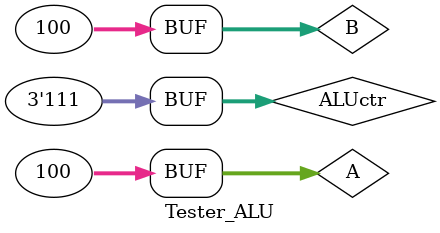
<source format=v>
`timescale 1ns / 1ps


module Tester_ALU;

	// Inputs
	reg [31:0] A;
	reg [31:0] B;
	reg [2:0] ALUctr;

	// Outputs
	wire [31:0] Result;
	wire Overflow;
	wire Z;

	// Instantiate the Unit Under Test (UUT)
	ALU uut (
		.A(A), 
		.B(B), 
		.ALUctr(ALUctr), 
		.Result(Result), 
		.Overflow(Overflow), 
		.Z(Z)
	);

	initial begin
		A = 0;
		B = 0;
		ALUctr = 0;
		#100;

		// addu
		ALUctr = 3'b000;
		A = 1;
		B = 1;
		#100;

		A = 114514;
		B = 1919810;
		#100;

		A = 32'h00000000;
		B = 32'h00000000;
		#100;
		
		A = 32'hffffffff;
		B = 32'hffffffff;
		#100;


		// Overflow test
		A = 32'h7fffffff;
		B = 32'h7fffffff;
		#100;

		// Zero test
		A = 1;
		B = {32{1}};
		#100;

		// add
		ALUctr = 3'b001;
		A = 1;
		B = 1;
		#100;

		A = 114514;
		B = 1919810;
		#100;

		// Overflow test
		A = 32'h7fffffff;
		B = 32'h7fffffff;
		#100;

		// Zero test
		A = 1;
		B = {32{1}};
		#100;

		// or
		ALUctr = 3'b010;
		A = 32'b10100110;
		B = 32'b10011100;
		#100;

		A = 32'h0;
		B = 32'hffffffff;
		#100;

		// subu
		ALUctr = 3'b100;
		A = 10;
		B = 5;
		#100;

		A = 0;
		B = 1;
		#100;

		A = 100;
		B = 100;
		#100;

		// sub
		ALUctr = 3'b101;
		A = 10;
		B = 5;
		#100;

		A = 10;
		B = 32'hffffffff;
		#100;

		A = 32'hffffffff;
		B = 1;
		#100;

		A = 32'h7fffffff;
		B = 32'hffffffff;
		#100;

		A = 32'h80000000;
		B = 32'h00000001;
		#100;

		// sltu
		ALUctr = 3'b110;
		A = 5;
		B = 10;
		#100;

		A = 10;
		B = 5;
		#100;

		A = 32'hffffffff;
		B = 32'h00000001;
		#100;

		A = 100;
		B = 100;
		#100;

		// slt
		ALUctr = 3'b111;
		A = 5;
		B = 10;
		#100;

		A = 10;
		B = 5;
		#100;

		A = 32'hffffffff;
		B = 0;
		#100;

		A = 0;
		B = 32'hffffffff;
		#100;

		A = 32'h80000000;
		B = 32'h7fffffff;
		#100;

		A = 100;
		B = 100;
		#100;

	end
      
endmodule
</source>
